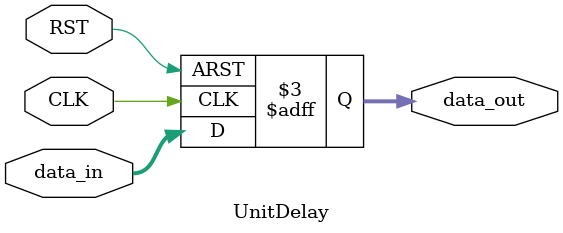
<source format=v>
module UnitDelay	#(parameter WIDTH = 8)
(
input	wire	CLK,RST,
input	wire	[WIDTH-1 : 0]	data_in,
output	reg		[WIDTH-1 : 0]	data_out
);

always@(posedge CLK,negedge RST)
begin
	if(!RST)
	begin
		data_out <= 'b0;
	end
	
	else
	begin
		data_out <= data_in;
	end
end
endmodule
</source>
